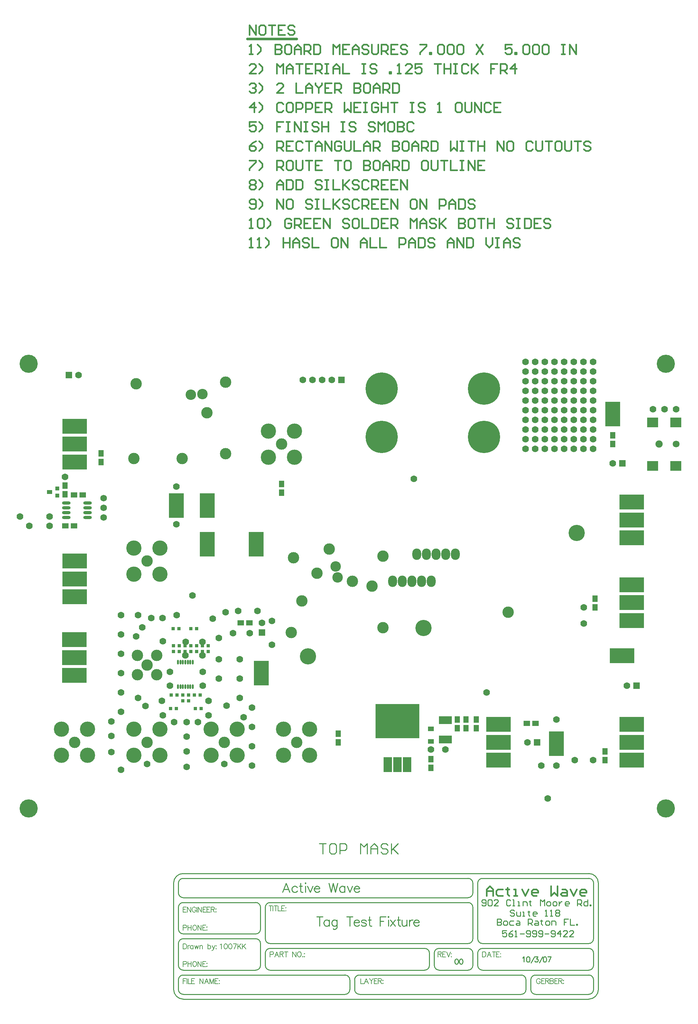
<source format=gts>
%FSLAX24Y24*%
%MOIN*%
G70*
G01*
G75*
G04 Layer_Color=16711935*
%ADD10R,0.2500X0.1500*%
%ADD11R,0.0500X0.0600*%
%ADD12R,0.1500X0.2500*%
%ADD13R,0.0600X0.0500*%
%ADD14R,0.0300X0.0300*%
%ADD15R,0.0300X0.0300*%
%ADD16O,0.0157X0.0472*%
%ADD17O,0.0800X0.0240*%
%ADD18R,0.0360X0.0360*%
%ADD19R,0.0500X0.0360*%
%ADD20R,0.1102X0.0965*%
%ADD21R,0.0550X0.0400*%
%ADD22R,0.1250X0.0750*%
%ADD23R,0.0820X0.1500*%
%ADD24R,0.4500X0.3500*%
%ADD25C,0.0080*%
%ADD26C,0.0200*%
%ADD27C,0.0250*%
%ADD28C,0.0500*%
%ADD29C,0.0350*%
%ADD30C,0.0100*%
%ADD31C,0.0400*%
%ADD32C,0.0300*%
%ADD33C,0.0780*%
%ADD34C,0.0150*%
%ADD35C,0.1080*%
%ADD36C,0.0090*%
%ADD37C,0.0050*%
%ADD38C,0.1100*%
%ADD39C,0.1000*%
%ADD40C,0.1600*%
%ADD41O,0.0830X0.1100*%
%ADD42C,0.1500*%
%ADD43C,0.0620*%
%ADD44R,0.2500X0.1500*%
%ADD45C,0.1800*%
%ADD46R,0.0620X0.0620*%
%ADD47C,0.0600*%
%ADD48R,0.0620X0.0620*%
%ADD49C,0.0669*%
%ADD50C,0.0630*%
%ADD51C,0.3250*%
%ADD52C,0.1000*%
%ADD53C,0.0120*%
%ADD54R,0.2580X0.1580*%
%ADD55R,0.0580X0.0680*%
%ADD56R,0.1580X0.2580*%
%ADD57R,0.0680X0.0580*%
%ADD58R,0.0380X0.0380*%
%ADD59R,0.0380X0.0380*%
%ADD60O,0.0187X0.0502*%
%ADD61O,0.0880X0.0320*%
%ADD62R,0.0440X0.0440*%
%ADD63R,0.0580X0.0440*%
%ADD64R,0.1182X0.1045*%
%ADD65R,0.0630X0.0480*%
%ADD66R,0.1330X0.0830*%
%ADD67R,0.0900X0.1580*%
%ADD68R,0.4580X0.3580*%
%ADD69C,0.1180*%
%ADD70C,0.1080*%
%ADD71C,0.1680*%
%ADD72O,0.0910X0.1180*%
%ADD73C,0.1580*%
%ADD74C,0.0700*%
%ADD75R,0.2580X0.1580*%
%ADD76C,0.1880*%
%ADD77R,0.0700X0.0700*%
%ADD78C,0.0680*%
%ADD79R,0.0700X0.0700*%
%ADD80C,0.0749*%
%ADD81C,0.0710*%
%ADD82C,0.3330*%
D25*
X-6611Y-27291D02*
X-6560Y-27265D01*
X-6484Y-27189D01*
Y-27722D01*
X-6068Y-27189D02*
X-6144Y-27215D01*
X-6195Y-27291D01*
X-6220Y-27418D01*
Y-27494D01*
X-6195Y-27621D01*
X-6144Y-27697D01*
X-6068Y-27722D01*
X-6017D01*
X-5941Y-27697D01*
X-5890Y-27621D01*
X-5865Y-27494D01*
Y-27418D01*
X-5890Y-27291D01*
X-5941Y-27215D01*
X-6017Y-27189D01*
X-6068D01*
X-5593D02*
X-5669Y-27215D01*
X-5720Y-27291D01*
X-5745Y-27418D01*
Y-27494D01*
X-5720Y-27621D01*
X-5669Y-27697D01*
X-5593Y-27722D01*
X-5542D01*
X-5466Y-27697D01*
X-5415Y-27621D01*
X-5390Y-27494D01*
Y-27418D01*
X-5415Y-27291D01*
X-5466Y-27215D01*
X-5542Y-27189D01*
X-5593D01*
X-4915D02*
X-5169Y-27722D01*
X-5270Y-27189D02*
X-4915D01*
X-4796D02*
Y-27722D01*
X-4440Y-27189D02*
X-4796Y-27545D01*
X-4669Y-27418D02*
X-4440Y-27722D01*
X-4321Y-27189D02*
Y-27722D01*
X-3965Y-27189D02*
X-4321Y-27545D01*
X-4194Y-27418D02*
X-3965Y-27722D01*
D27*
X-3794Y66405D02*
X1306D01*
D30*
X3650Y-16804D02*
X4361D01*
X4005D01*
Y-17870D01*
X5249Y-16804D02*
X4894D01*
X4716Y-16981D01*
Y-17692D01*
X4894Y-17870D01*
X5249D01*
X5427Y-17692D01*
Y-16981D01*
X5249Y-16804D01*
X5783Y-17870D02*
Y-16804D01*
X6316D01*
X6494Y-16981D01*
Y-17337D01*
X6316Y-17515D01*
X5783D01*
X7915Y-17870D02*
Y-16804D01*
X8271Y-17159D01*
X8626Y-16804D01*
Y-17870D01*
X8982D02*
Y-17159D01*
X9337Y-16804D01*
X9692Y-17159D01*
Y-17870D01*
Y-17337D01*
X8982D01*
X10759Y-16981D02*
X10581Y-16804D01*
X10226D01*
X10048Y-16981D01*
Y-17159D01*
X10226Y-17337D01*
X10581D01*
X10759Y-17515D01*
Y-17692D01*
X10581Y-17870D01*
X10226D01*
X10048Y-17692D01*
X11114Y-16804D02*
Y-17870D01*
Y-17515D01*
X11825Y-16804D01*
X11292Y-17337D01*
X11825Y-17870D01*
X6809Y-30912D02*
G03*
X6309Y-30412I-500J0D01*
G01*
X6321Y-32412D02*
G03*
X6809Y-31915I8J480D01*
G01*
X7809Y-30412D02*
G03*
X7309Y-30912I0J-500D01*
G01*
Y-31912D02*
G03*
X7800Y-32412I500J0D01*
G01*
X25059Y-30912D02*
G03*
X24559Y-30412I-500J0D01*
G01*
X24571Y-32412D02*
G03*
X25059Y-31915I8J480D01*
G01*
X25559Y-31922D02*
G03*
X26058Y-32412I490J0D01*
G01*
X26059Y-30412D02*
G03*
X25559Y-30912I0J-500D01*
G01*
X-2441Y-23402D02*
G03*
X-2931Y-22912I-490J0D01*
G01*
X-2921Y-26162D02*
G03*
X-2441Y-25682I0J480D01*
G01*
Y-27152D02*
G03*
X-2948Y-26662I-490J0D01*
G01*
X-1941Y-26672D02*
G03*
X-1451Y-27162I490J0D01*
G01*
X-1941Y-29422D02*
G03*
X-1451Y-29912I490J0D01*
G01*
X-2931D02*
G03*
X-2441Y-29422I0J490D01*
G01*
X15059Y-28152D02*
G03*
X14569Y-27662I-490J0D01*
G01*
Y-29912D02*
G03*
X15059Y-29413I0J490D01*
G01*
X15559Y-29402D02*
G03*
X16060Y-29912I510J0D01*
G01*
X16039Y-27662D02*
G03*
X15560Y-28167I0J-480D01*
G01*
X-1441Y-27662D02*
G03*
X-1941Y-28162I0J-500D01*
G01*
X-1441Y-22912D02*
G03*
X-1941Y-23412I0J-500D01*
G01*
X-10941Y-29412D02*
G03*
X-10450Y-29912I500J0D01*
G01*
X-10441Y-26662D02*
G03*
X-10941Y-27162I0J-500D01*
G01*
Y-25662D02*
G03*
X-10441Y-26162I500J0D01*
G01*
Y-22912D02*
G03*
X-10941Y-23412I0J-500D01*
G01*
Y-21912D02*
G03*
X-10441Y-22412I500J0D01*
G01*
Y-20412D02*
G03*
X-10941Y-20912I0J-500D01*
G01*
X19559D02*
G03*
X19059Y-20412I-500J0D01*
G01*
X20559D02*
G03*
X20059Y-20912I0J-500D01*
G01*
X19059Y-22412D02*
G03*
X19559Y-21912I0J500D01*
G01*
Y-23412D02*
G03*
X19059Y-22912I-500J0D01*
G01*
X-10441Y-30412D02*
G03*
X-10941Y-30912I0J-500D01*
G01*
X19068Y-27162D02*
G03*
X19559Y-26662I-9J500D01*
G01*
X-10941Y-31912D02*
G03*
X-10450Y-32412I500J0D01*
G01*
X19559Y-28152D02*
G03*
X19069Y-27662I-490J0D01*
G01*
X20059Y-29422D02*
G03*
X20558Y-29912I490J0D01*
G01*
X19059Y-29912D02*
G03*
X19559Y-29412I0J500D01*
G01*
X31559Y-32412D02*
G03*
X32059Y-31912I0J500D01*
G01*
X32059Y-30903D02*
G03*
X31559Y-30412I-500J-9D01*
G01*
Y-29912D02*
G03*
X32059Y-29412I0J500D01*
G01*
Y-20902D02*
G03*
X31552Y-20412I-490J0D01*
G01*
X32559Y-20912D02*
G03*
X31559Y-19912I-1000J0D01*
G01*
Y-32912D02*
G03*
X32559Y-31912I0J1000D01*
G01*
X-11441Y-31902D02*
G03*
X-10448Y-32912I1010J0D01*
G01*
X-10441Y-19912D02*
G03*
X-11441Y-20912I0J-1000D01*
G01*
X20059Y-26662D02*
G03*
X20559Y-27162I500J0D01*
G01*
X31559D02*
G03*
X32059Y-26662I0J500D01*
G01*
X20559Y-27662D02*
G03*
X20059Y-28162I0J-500D01*
G01*
X32059Y-28152D02*
G03*
X31569Y-27662I-490J0D01*
G01*
X7809Y-32412D02*
X24559D01*
X-10441D02*
X6309D01*
X-10441Y-30412D02*
X6309D01*
X7809D02*
X24559D01*
X26059Y-32412D02*
X31559D01*
X26059Y-30412D02*
X31559D01*
X-10441Y-20412D02*
X19059D01*
X-10441Y-32912D02*
X31559D01*
X-10441Y-19912D02*
X31559D01*
X-10441Y-29912D02*
X-2941D01*
X-10441Y-26662D02*
X-2941D01*
X-10441Y-26162D02*
X-2941D01*
X-10441Y-22912D02*
X-2941D01*
X-10441Y-22412D02*
X19059D01*
X-1441Y-22912D02*
X19059D01*
X-1441Y-27662D02*
X14559D01*
X-1441Y-29912D02*
X14559D01*
X16059D02*
X19059D01*
X16059Y-27662D02*
X19059D01*
X20559Y-29912D02*
X31559D01*
X20559Y-20412D02*
X31559D01*
X-1441Y-27162D02*
X19059D01*
X20559D02*
X31559D01*
X20559Y-27662D02*
X31559D01*
X6809Y-31912D02*
Y-30912D01*
X7309Y-31912D02*
Y-30912D01*
X25059Y-31912D02*
Y-30912D01*
X25559Y-31912D02*
Y-30912D01*
X32559Y-31912D02*
Y-20912D01*
X-10941Y-29412D02*
Y-27162D01*
X-2441Y-29412D02*
Y-27162D01*
X-10941Y-25662D02*
Y-23412D01*
X-2441Y-25662D02*
Y-23412D01*
X-10941Y-21912D02*
Y-20912D01*
X19559Y-21912D02*
Y-20912D01*
Y-26662D02*
Y-23412D01*
X-1941Y-26662D02*
Y-23412D01*
X15059Y-29412D02*
Y-28162D01*
X-1941Y-29412D02*
Y-28162D01*
X15559Y-29412D02*
Y-28162D01*
X19559Y-29412D02*
Y-28162D01*
X32059Y-31912D02*
Y-30912D01*
X-10941Y-31912D02*
Y-30912D01*
X-11441Y-31912D02*
Y-20912D01*
X20059Y-26662D02*
Y-20912D01*
X32059Y-26662D02*
Y-20912D01*
X20059Y-29412D02*
Y-28162D01*
X32059Y-29412D02*
Y-28152D01*
X22075Y-24619D02*
Y-25259D01*
X22395D01*
X22502Y-25152D01*
Y-25046D01*
X22395Y-24939D01*
X22075D01*
X22395D01*
X22502Y-24832D01*
Y-24726D01*
X22395Y-24619D01*
X22075D01*
X22822Y-25259D02*
X23035D01*
X23142Y-25152D01*
Y-24939D01*
X23035Y-24832D01*
X22822D01*
X22715Y-24939D01*
Y-25152D01*
X22822Y-25259D01*
X23781Y-24832D02*
X23461D01*
X23355Y-24939D01*
Y-25152D01*
X23461Y-25259D01*
X23781D01*
X24101Y-24832D02*
X24314D01*
X24421Y-24939D01*
Y-25259D01*
X24101D01*
X23995Y-25152D01*
X24101Y-25046D01*
X24421D01*
X25274Y-25259D02*
Y-24619D01*
X25594D01*
X25701Y-24726D01*
Y-24939D01*
X25594Y-25046D01*
X25274D01*
X25487D02*
X25701Y-25259D01*
X26021Y-24832D02*
X26234D01*
X26341Y-24939D01*
Y-25259D01*
X26021D01*
X25914Y-25152D01*
X26021Y-25046D01*
X26341D01*
X26660Y-24726D02*
Y-24832D01*
X26554D01*
X26767D01*
X26660D01*
Y-25152D01*
X26767Y-25259D01*
X27194D02*
X27407D01*
X27513Y-25152D01*
Y-24939D01*
X27407Y-24832D01*
X27194D01*
X27087Y-24939D01*
Y-25152D01*
X27194Y-25259D01*
X27727D02*
Y-24832D01*
X28047D01*
X28153Y-24939D01*
Y-25259D01*
X29433Y-24619D02*
X29006D01*
Y-24939D01*
X29220D01*
X29006D01*
Y-25259D01*
X29646Y-24619D02*
Y-25259D01*
X30073D01*
X30286D02*
Y-25152D01*
X30393D01*
Y-25259D01*
X30286D01*
X20475Y-23152D02*
X20582Y-23259D01*
X20795D01*
X20902Y-23152D01*
Y-22726D01*
X20795Y-22619D01*
X20582D01*
X20475Y-22726D01*
Y-22832D01*
X20582Y-22939D01*
X20902D01*
X21115Y-22726D02*
X21222Y-22619D01*
X21435D01*
X21542Y-22726D01*
Y-23152D01*
X21435Y-23259D01*
X21222D01*
X21115Y-23152D01*
Y-22726D01*
X22181Y-23259D02*
X21755D01*
X22181Y-22832D01*
Y-22726D01*
X22075Y-22619D01*
X21861D01*
X21755Y-22726D01*
X23461D02*
X23354Y-22619D01*
X23141D01*
X23034Y-22726D01*
Y-23152D01*
X23141Y-23259D01*
X23354D01*
X23461Y-23152D01*
X23674Y-23259D02*
X23887D01*
X23781D01*
Y-22619D01*
X23674D01*
X24207Y-23259D02*
X24421D01*
X24314D01*
Y-22832D01*
X24207D01*
X24741Y-23259D02*
Y-22832D01*
X25060D01*
X25167Y-22939D01*
Y-23259D01*
X25487Y-22726D02*
Y-22832D01*
X25380D01*
X25594D01*
X25487D01*
Y-23152D01*
X25594Y-23259D01*
X26553D02*
Y-22619D01*
X26767Y-22832D01*
X26980Y-22619D01*
Y-23259D01*
X27300D02*
X27513D01*
X27620Y-23152D01*
Y-22939D01*
X27513Y-22832D01*
X27300D01*
X27193Y-22939D01*
Y-23152D01*
X27300Y-23259D01*
X27939D02*
X28153D01*
X28259Y-23152D01*
Y-22939D01*
X28153Y-22832D01*
X27939D01*
X27833Y-22939D01*
Y-23152D01*
X27939Y-23259D01*
X28473Y-22832D02*
Y-23259D01*
Y-23046D01*
X28579Y-22939D01*
X28686Y-22832D01*
X28793D01*
X29432Y-23259D02*
X29219D01*
X29112Y-23152D01*
Y-22939D01*
X29219Y-22832D01*
X29432D01*
X29539Y-22939D01*
Y-23046D01*
X29112D01*
X30392Y-23259D02*
Y-22619D01*
X30712D01*
X30819Y-22726D01*
Y-22939D01*
X30712Y-23046D01*
X30392D01*
X30605D02*
X30819Y-23259D01*
X31458Y-22619D02*
Y-23259D01*
X31138D01*
X31032Y-23152D01*
Y-22939D01*
X31138Y-22832D01*
X31458D01*
X31672Y-23259D02*
Y-23152D01*
X31778D01*
Y-23259D01*
X31672D01*
X23052Y-25819D02*
X22625D01*
Y-26139D01*
X22838Y-26032D01*
X22945D01*
X23052Y-26139D01*
Y-26352D01*
X22945Y-26459D01*
X22732D01*
X22625Y-26352D01*
X23692Y-25819D02*
X23478Y-25926D01*
X23265Y-26139D01*
Y-26352D01*
X23372Y-26459D01*
X23585D01*
X23692Y-26352D01*
Y-26246D01*
X23585Y-26139D01*
X23265D01*
X23905Y-26459D02*
X24118D01*
X24011D01*
Y-25819D01*
X23905Y-25926D01*
X24438Y-26139D02*
X24864D01*
X25078Y-26352D02*
X25184Y-26459D01*
X25398D01*
X25504Y-26352D01*
Y-25926D01*
X25398Y-25819D01*
X25184D01*
X25078Y-25926D01*
Y-26032D01*
X25184Y-26139D01*
X25504D01*
X25718Y-26352D02*
X25824Y-26459D01*
X26037D01*
X26144Y-26352D01*
Y-25926D01*
X26037Y-25819D01*
X25824D01*
X25718Y-25926D01*
Y-26032D01*
X25824Y-26139D01*
X26144D01*
X26357Y-26352D02*
X26464Y-26459D01*
X26677D01*
X26784Y-26352D01*
Y-25926D01*
X26677Y-25819D01*
X26464D01*
X26357Y-25926D01*
Y-26032D01*
X26464Y-26139D01*
X26784D01*
X26997D02*
X27424D01*
X27637Y-26352D02*
X27744Y-26459D01*
X27957D01*
X28063Y-26352D01*
Y-25926D01*
X27957Y-25819D01*
X27744D01*
X27637Y-25926D01*
Y-26032D01*
X27744Y-26139D01*
X28063D01*
X28597Y-26459D02*
Y-25819D01*
X28277Y-26139D01*
X28703D01*
X29343Y-26459D02*
X28917D01*
X29343Y-26032D01*
Y-25926D01*
X29236Y-25819D01*
X29023D01*
X28917Y-25926D01*
X29983Y-26459D02*
X29556D01*
X29983Y-26032D01*
Y-25926D01*
X29876Y-25819D01*
X29663D01*
X29556Y-25926D01*
X23852Y-23776D02*
X23745Y-23669D01*
X23532D01*
X23425Y-23776D01*
Y-23882D01*
X23532Y-23989D01*
X23745D01*
X23852Y-24096D01*
Y-24202D01*
X23745Y-24309D01*
X23532D01*
X23425Y-24202D01*
X24065Y-23882D02*
Y-24202D01*
X24172Y-24309D01*
X24492D01*
Y-23882D01*
X24705Y-24309D02*
X24918D01*
X24811D01*
Y-23882D01*
X24705D01*
X25345Y-23776D02*
Y-23882D01*
X25238D01*
X25451D01*
X25345D01*
Y-24202D01*
X25451Y-24309D01*
X26091D02*
X25878D01*
X25771Y-24202D01*
Y-23989D01*
X25878Y-23882D01*
X26091D01*
X26198Y-23989D01*
Y-24096D01*
X25771D01*
X27051Y-24309D02*
X27264D01*
X27157D01*
Y-23669D01*
X27051Y-23776D01*
X27584Y-24309D02*
X27797D01*
X27691D01*
Y-23669D01*
X27584Y-23776D01*
X28117D02*
X28224Y-23669D01*
X28437D01*
X28544Y-23776D01*
Y-23882D01*
X28437Y-23989D01*
X28544Y-24096D01*
Y-24202D01*
X28437Y-24309D01*
X28224D01*
X28117Y-24202D01*
Y-24096D01*
X28224Y-23989D01*
X28117Y-23882D01*
Y-23776D01*
X28224Y-23989D02*
X28437D01*
D34*
X20975Y-22209D02*
Y-21543D01*
X21308Y-21209D01*
X21642Y-21543D01*
Y-22209D01*
Y-21709D01*
X20975D01*
X22641Y-21543D02*
X22142D01*
X21975Y-21709D01*
Y-22042D01*
X22142Y-22209D01*
X22641D01*
X23141Y-21376D02*
Y-21543D01*
X22975D01*
X23308D01*
X23141D01*
Y-22042D01*
X23308Y-22209D01*
X23808D02*
X24141D01*
X23974D01*
Y-21543D01*
X23808D01*
X24641D02*
X24974Y-22209D01*
X25307Y-21543D01*
X26140Y-22209D02*
X25807D01*
X25640Y-22042D01*
Y-21709D01*
X25807Y-21543D01*
X26140D01*
X26307Y-21709D01*
Y-21876D01*
X25640D01*
X27640Y-21209D02*
Y-22209D01*
X27973Y-21876D01*
X28306Y-22209D01*
Y-21209D01*
X28806Y-21543D02*
X29139D01*
X29306Y-21709D01*
Y-22209D01*
X28806D01*
X28639Y-22042D01*
X28806Y-21876D01*
X29306D01*
X29639Y-21543D02*
X29972Y-22209D01*
X30306Y-21543D01*
X31139Y-22209D02*
X30805D01*
X30639Y-22042D01*
Y-21709D01*
X30805Y-21543D01*
X31139D01*
X31305Y-21709D01*
Y-21876D01*
X30639D01*
X-3594Y44855D02*
X-3261D01*
X-3427D01*
Y45855D01*
X-3594Y45688D01*
X-2761Y44855D02*
X-2428D01*
X-2594D01*
Y45855D01*
X-2761Y45688D01*
X-1928Y44855D02*
X-1595Y45188D01*
Y45521D01*
X-1928Y45855D01*
X-95D02*
Y44855D01*
Y45355D01*
X571D01*
Y45855D01*
Y44855D01*
X905D02*
Y45521D01*
X1238Y45855D01*
X1571Y45521D01*
Y44855D01*
Y45355D01*
X905D01*
X2571Y45688D02*
X2404Y45855D01*
X2071D01*
X1904Y45688D01*
Y45521D01*
X2071Y45355D01*
X2404D01*
X2571Y45188D01*
Y45022D01*
X2404Y44855D01*
X2071D01*
X1904Y45022D01*
X2904Y45855D02*
Y44855D01*
X3570D01*
X5403Y45855D02*
X5070D01*
X4903Y45688D01*
Y45022D01*
X5070Y44855D01*
X5403D01*
X5570Y45022D01*
Y45688D01*
X5403Y45855D01*
X5903Y44855D02*
Y45855D01*
X6569Y44855D01*
Y45855D01*
X7902Y44855D02*
Y45521D01*
X8235Y45855D01*
X8569Y45521D01*
Y44855D01*
Y45355D01*
X7902D01*
X8902Y45855D02*
Y44855D01*
X9568D01*
X9902Y45855D02*
Y44855D01*
X10568D01*
X11901D02*
Y45855D01*
X12401D01*
X12567Y45688D01*
Y45355D01*
X12401Y45188D01*
X11901D01*
X12901Y44855D02*
Y45521D01*
X13234Y45855D01*
X13567Y45521D01*
Y44855D01*
Y45355D01*
X12901D01*
X13900Y45855D02*
Y44855D01*
X14400D01*
X14567Y45022D01*
Y45688D01*
X14400Y45855D01*
X13900D01*
X15566Y45688D02*
X15400Y45855D01*
X15067D01*
X14900Y45688D01*
Y45521D01*
X15067Y45355D01*
X15400D01*
X15566Y45188D01*
Y45022D01*
X15400Y44855D01*
X15067D01*
X14900Y45022D01*
X16899Y44855D02*
Y45521D01*
X17233Y45855D01*
X17566Y45521D01*
Y44855D01*
Y45355D01*
X16899D01*
X17899Y44855D02*
Y45855D01*
X18565Y44855D01*
Y45855D01*
X18899D02*
Y44855D01*
X19399D01*
X19565Y45022D01*
Y45688D01*
X19399Y45855D01*
X18899D01*
X20898D02*
Y45188D01*
X21231Y44855D01*
X21565Y45188D01*
Y45855D01*
X21898D02*
X22231D01*
X22064D01*
Y44855D01*
X21898D01*
X22231D01*
X22731D02*
Y45521D01*
X23064Y45855D01*
X23397Y45521D01*
Y44855D01*
Y45355D01*
X22731D01*
X24397Y45688D02*
X24230Y45855D01*
X23897D01*
X23730Y45688D01*
Y45521D01*
X23897Y45355D01*
X24230D01*
X24397Y45188D01*
Y45022D01*
X24230Y44855D01*
X23897D01*
X23730Y45022D01*
X-2928Y62855D02*
X-3594D01*
X-2928Y63521D01*
Y63688D01*
X-3094Y63855D01*
X-3427D01*
X-3594Y63688D01*
X-2594Y62855D02*
X-2261Y63188D01*
Y63521D01*
X-2594Y63855D01*
X-762Y62855D02*
Y63855D01*
X-428Y63521D01*
X-95Y63855D01*
Y62855D01*
X238D02*
Y63521D01*
X571Y63855D01*
X905Y63521D01*
Y62855D01*
Y63355D01*
X238D01*
X1238Y63855D02*
X1904D01*
X1571D01*
Y62855D01*
X2904Y63855D02*
X2237D01*
Y62855D01*
X2904D01*
X2237Y63355D02*
X2571D01*
X3237Y62855D02*
Y63855D01*
X3737D01*
X3904Y63688D01*
Y63355D01*
X3737Y63188D01*
X3237D01*
X3570D02*
X3904Y62855D01*
X4237Y63855D02*
X4570D01*
X4403D01*
Y62855D01*
X4237D01*
X4570D01*
X5070D02*
Y63521D01*
X5403Y63855D01*
X5736Y63521D01*
Y62855D01*
Y63355D01*
X5070D01*
X6069Y63855D02*
Y62855D01*
X6736D01*
X8069Y63855D02*
X8402D01*
X8235D01*
Y62855D01*
X8069D01*
X8402D01*
X9568Y63688D02*
X9402Y63855D01*
X9069D01*
X8902Y63688D01*
Y63521D01*
X9069Y63355D01*
X9402D01*
X9568Y63188D01*
Y63022D01*
X9402Y62855D01*
X9069D01*
X8902Y63022D01*
X10901Y62855D02*
Y63022D01*
X11068D01*
Y62855D01*
X10901D01*
X11734D02*
X12068D01*
X11901D01*
Y63855D01*
X11734Y63688D01*
X13234Y62855D02*
X12567D01*
X13234Y63521D01*
Y63688D01*
X13067Y63855D01*
X12734D01*
X12567Y63688D01*
X14234Y63855D02*
X13567D01*
Y63355D01*
X13900Y63521D01*
X14067D01*
X14234Y63355D01*
Y63022D01*
X14067Y62855D01*
X13734D01*
X13567Y63022D01*
X15566Y63855D02*
X16233D01*
X15900D01*
Y62855D01*
X16566Y63855D02*
Y62855D01*
Y63355D01*
X17233D01*
Y63855D01*
Y62855D01*
X17566Y63855D02*
X17899D01*
X17732D01*
Y62855D01*
X17566D01*
X17899D01*
X19065Y63688D02*
X18899Y63855D01*
X18565D01*
X18399Y63688D01*
Y63022D01*
X18565Y62855D01*
X18899D01*
X19065Y63022D01*
X19399Y63855D02*
Y62855D01*
Y63188D01*
X20065Y63855D01*
X19565Y63355D01*
X20065Y62855D01*
X22064Y63855D02*
X21398D01*
Y63355D01*
X21731D01*
X21398D01*
Y62855D01*
X22398D02*
Y63855D01*
X22897D01*
X23064Y63688D01*
Y63355D01*
X22897Y63188D01*
X22398D01*
X22731D02*
X23064Y62855D01*
X23897D02*
Y63855D01*
X23397Y63355D01*
X24064D01*
X-3594Y49022D02*
X-3427Y48855D01*
X-3094D01*
X-2928Y49022D01*
Y49688D01*
X-3094Y49855D01*
X-3427D01*
X-3594Y49688D01*
Y49521D01*
X-3427Y49355D01*
X-2928D01*
X-2594Y48855D02*
X-2261Y49188D01*
Y49521D01*
X-2594Y49855D01*
X-762Y48855D02*
Y49855D01*
X-95Y48855D01*
Y49855D01*
X738D02*
X405D01*
X238Y49688D01*
Y49022D01*
X405Y48855D01*
X738D01*
X905Y49022D01*
Y49688D01*
X738Y49855D01*
X2904Y49688D02*
X2737Y49855D01*
X2404D01*
X2237Y49688D01*
Y49521D01*
X2404Y49355D01*
X2737D01*
X2904Y49188D01*
Y49022D01*
X2737Y48855D01*
X2404D01*
X2237Y49022D01*
X3237Y49855D02*
X3570D01*
X3404D01*
Y48855D01*
X3237D01*
X3570D01*
X4070Y49855D02*
Y48855D01*
X4737D01*
X5070Y49855D02*
Y48855D01*
Y49188D01*
X5736Y49855D01*
X5236Y49355D01*
X5736Y48855D01*
X6736Y49688D02*
X6569Y49855D01*
X6236D01*
X6069Y49688D01*
Y49521D01*
X6236Y49355D01*
X6569D01*
X6736Y49188D01*
Y49022D01*
X6569Y48855D01*
X6236D01*
X6069Y49022D01*
X7736Y49688D02*
X7569Y49855D01*
X7236D01*
X7069Y49688D01*
Y49022D01*
X7236Y48855D01*
X7569D01*
X7736Y49022D01*
X8069Y48855D02*
Y49855D01*
X8569D01*
X8735Y49688D01*
Y49355D01*
X8569Y49188D01*
X8069D01*
X8402D02*
X8735Y48855D01*
X9735Y49855D02*
X9069D01*
Y48855D01*
X9735D01*
X9069Y49355D02*
X9402D01*
X10735Y49855D02*
X10068D01*
Y48855D01*
X10735D01*
X10068Y49355D02*
X10401D01*
X11068Y48855D02*
Y49855D01*
X11734Y48855D01*
Y49855D01*
X13567D02*
X13234D01*
X13067Y49688D01*
Y49022D01*
X13234Y48855D01*
X13567D01*
X13734Y49022D01*
Y49688D01*
X13567Y49855D01*
X14067Y48855D02*
Y49855D01*
X14733Y48855D01*
Y49855D01*
X16066Y48855D02*
Y49855D01*
X16566D01*
X16733Y49688D01*
Y49355D01*
X16566Y49188D01*
X16066D01*
X17066Y48855D02*
Y49521D01*
X17399Y49855D01*
X17732Y49521D01*
Y48855D01*
Y49355D01*
X17066D01*
X18066Y49855D02*
Y48855D01*
X18565D01*
X18732Y49022D01*
Y49688D01*
X18565Y49855D01*
X18066D01*
X19732Y49688D02*
X19565Y49855D01*
X19232D01*
X19065Y49688D01*
Y49521D01*
X19232Y49355D01*
X19565D01*
X19732Y49188D01*
Y49022D01*
X19565Y48855D01*
X19232D01*
X19065Y49022D01*
X-3594Y51688D02*
X-3427Y51855D01*
X-3094D01*
X-2928Y51688D01*
Y51521D01*
X-3094Y51355D01*
X-2928Y51188D01*
Y51022D01*
X-3094Y50855D01*
X-3427D01*
X-3594Y51022D01*
Y51188D01*
X-3427Y51355D01*
X-3594Y51521D01*
Y51688D01*
X-3427Y51355D02*
X-3094D01*
X-2594Y50855D02*
X-2261Y51188D01*
Y51521D01*
X-2594Y51855D01*
X-762Y50855D02*
Y51521D01*
X-428Y51855D01*
X-95Y51521D01*
Y50855D01*
Y51355D01*
X-762D01*
X238Y51855D02*
Y50855D01*
X738D01*
X905Y51022D01*
Y51688D01*
X738Y51855D01*
X238D01*
X1238D02*
Y50855D01*
X1738D01*
X1904Y51022D01*
Y51688D01*
X1738Y51855D01*
X1238D01*
X3904Y51688D02*
X3737Y51855D01*
X3404D01*
X3237Y51688D01*
Y51521D01*
X3404Y51355D01*
X3737D01*
X3904Y51188D01*
Y51022D01*
X3737Y50855D01*
X3404D01*
X3237Y51022D01*
X4237Y51855D02*
X4570D01*
X4403D01*
Y50855D01*
X4237D01*
X4570D01*
X5070Y51855D02*
Y50855D01*
X5736D01*
X6069Y51855D02*
Y50855D01*
Y51188D01*
X6736Y51855D01*
X6236Y51355D01*
X6736Y50855D01*
X7736Y51688D02*
X7569Y51855D01*
X7236D01*
X7069Y51688D01*
Y51521D01*
X7236Y51355D01*
X7569D01*
X7736Y51188D01*
Y51022D01*
X7569Y50855D01*
X7236D01*
X7069Y51022D01*
X8735Y51688D02*
X8569Y51855D01*
X8235D01*
X8069Y51688D01*
Y51022D01*
X8235Y50855D01*
X8569D01*
X8735Y51022D01*
X9069Y50855D02*
Y51855D01*
X9568D01*
X9735Y51688D01*
Y51355D01*
X9568Y51188D01*
X9069D01*
X9402D02*
X9735Y50855D01*
X10735Y51855D02*
X10068D01*
Y50855D01*
X10735D01*
X10068Y51355D02*
X10401D01*
X11734Y51855D02*
X11068D01*
Y50855D01*
X11734D01*
X11068Y51355D02*
X11401D01*
X12068Y50855D02*
Y51855D01*
X12734Y50855D01*
Y51855D01*
X-3594Y53855D02*
X-2928D01*
Y53688D01*
X-3594Y53022D01*
Y52855D01*
X-2594D02*
X-2261Y53188D01*
Y53521D01*
X-2594Y53855D01*
X-762Y52855D02*
Y53855D01*
X-262D01*
X-95Y53688D01*
Y53355D01*
X-262Y53188D01*
X-762D01*
X-428D02*
X-95Y52855D01*
X738Y53855D02*
X405D01*
X238Y53688D01*
Y53022D01*
X405Y52855D01*
X738D01*
X905Y53022D01*
Y53688D01*
X738Y53855D01*
X1238D02*
Y53022D01*
X1404Y52855D01*
X1738D01*
X1904Y53022D01*
Y53855D01*
X2237D02*
X2904D01*
X2571D01*
Y52855D01*
X3904Y53855D02*
X3237D01*
Y52855D01*
X3904D01*
X3237Y53355D02*
X3570D01*
X5236Y53855D02*
X5903D01*
X5570D01*
Y52855D01*
X6736Y53855D02*
X6403D01*
X6236Y53688D01*
Y53022D01*
X6403Y52855D01*
X6736D01*
X6903Y53022D01*
Y53688D01*
X6736Y53855D01*
X8235D02*
Y52855D01*
X8735D01*
X8902Y53022D01*
Y53188D01*
X8735Y53355D01*
X8235D01*
X8735D01*
X8902Y53521D01*
Y53688D01*
X8735Y53855D01*
X8235D01*
X9735D02*
X9402D01*
X9235Y53688D01*
Y53022D01*
X9402Y52855D01*
X9735D01*
X9902Y53022D01*
Y53688D01*
X9735Y53855D01*
X10235Y52855D02*
Y53521D01*
X10568Y53855D01*
X10901Y53521D01*
Y52855D01*
Y53355D01*
X10235D01*
X11235Y52855D02*
Y53855D01*
X11734D01*
X11901Y53688D01*
Y53355D01*
X11734Y53188D01*
X11235D01*
X11568D02*
X11901Y52855D01*
X12234Y53855D02*
Y52855D01*
X12734D01*
X12901Y53022D01*
Y53688D01*
X12734Y53855D01*
X12234D01*
X14733D02*
X14400D01*
X14234Y53688D01*
Y53022D01*
X14400Y52855D01*
X14733D01*
X14900Y53022D01*
Y53688D01*
X14733Y53855D01*
X15233D02*
Y53022D01*
X15400Y52855D01*
X15733D01*
X15900Y53022D01*
Y53855D01*
X16233D02*
X16899D01*
X16566D01*
Y52855D01*
X17233Y53855D02*
Y52855D01*
X17899D01*
X18232Y53855D02*
X18565D01*
X18399D01*
Y52855D01*
X18232D01*
X18565D01*
X19065D02*
Y53855D01*
X19732Y52855D01*
Y53855D01*
X20731D02*
X20065D01*
Y52855D01*
X20731D01*
X20065Y53355D02*
X20398D01*
X-2928Y55855D02*
X-3261Y55688D01*
X-3594Y55355D01*
Y55022D01*
X-3427Y54855D01*
X-3094D01*
X-2928Y55022D01*
Y55188D01*
X-3094Y55355D01*
X-3594D01*
X-2594Y54855D02*
X-2261Y55188D01*
Y55521D01*
X-2594Y55855D01*
X-762Y54855D02*
Y55855D01*
X-262D01*
X-95Y55688D01*
Y55355D01*
X-262Y55188D01*
X-762D01*
X-428D02*
X-95Y54855D01*
X905Y55855D02*
X238D01*
Y54855D01*
X905D01*
X238Y55355D02*
X571D01*
X1904Y55688D02*
X1738Y55855D01*
X1404D01*
X1238Y55688D01*
Y55022D01*
X1404Y54855D01*
X1738D01*
X1904Y55022D01*
X2237Y55855D02*
X2904D01*
X2571D01*
Y54855D01*
X3237D02*
Y55521D01*
X3570Y55855D01*
X3904Y55521D01*
Y54855D01*
Y55355D01*
X3237D01*
X4237Y54855D02*
Y55855D01*
X4903Y54855D01*
Y55855D01*
X5903Y55688D02*
X5736Y55855D01*
X5403D01*
X5236Y55688D01*
Y55022D01*
X5403Y54855D01*
X5736D01*
X5903Y55022D01*
Y55355D01*
X5570D01*
X6236Y55855D02*
Y55022D01*
X6403Y54855D01*
X6736D01*
X6903Y55022D01*
Y55855D01*
X7236D02*
Y54855D01*
X7902D01*
X8235D02*
Y55521D01*
X8569Y55855D01*
X8902Y55521D01*
Y54855D01*
Y55355D01*
X8235D01*
X9235Y54855D02*
Y55855D01*
X9735D01*
X9902Y55688D01*
Y55355D01*
X9735Y55188D01*
X9235D01*
X9568D02*
X9902Y54855D01*
X11235Y55855D02*
Y54855D01*
X11734D01*
X11901Y55022D01*
Y55188D01*
X11734Y55355D01*
X11235D01*
X11734D01*
X11901Y55521D01*
Y55688D01*
X11734Y55855D01*
X11235D01*
X12734D02*
X12401D01*
X12234Y55688D01*
Y55022D01*
X12401Y54855D01*
X12734D01*
X12901Y55022D01*
Y55688D01*
X12734Y55855D01*
X13234Y54855D02*
Y55521D01*
X13567Y55855D01*
X13900Y55521D01*
Y54855D01*
Y55355D01*
X13234D01*
X14234Y54855D02*
Y55855D01*
X14733D01*
X14900Y55688D01*
Y55355D01*
X14733Y55188D01*
X14234D01*
X14567D02*
X14900Y54855D01*
X15233Y55855D02*
Y54855D01*
X15733D01*
X15900Y55022D01*
Y55688D01*
X15733Y55855D01*
X15233D01*
X17233D02*
Y54855D01*
X17566Y55188D01*
X17899Y54855D01*
Y55855D01*
X18232D02*
X18565D01*
X18399D01*
Y54855D01*
X18232D01*
X18565D01*
X19065Y55855D02*
X19732D01*
X19399D01*
Y54855D01*
X20065Y55855D02*
Y54855D01*
Y55355D01*
X20731D01*
Y55855D01*
Y54855D01*
X22064D02*
Y55855D01*
X22731Y54855D01*
Y55855D01*
X23564D02*
X23231D01*
X23064Y55688D01*
Y55022D01*
X23231Y54855D01*
X23564D01*
X23730Y55022D01*
Y55688D01*
X23564Y55855D01*
X25730Y55688D02*
X25563Y55855D01*
X25230D01*
X25063Y55688D01*
Y55022D01*
X25230Y54855D01*
X25563D01*
X25730Y55022D01*
X26063Y55855D02*
Y55022D01*
X26230Y54855D01*
X26563D01*
X26730Y55022D01*
Y55855D01*
X27063D02*
X27729D01*
X27396D01*
Y54855D01*
X28562Y55855D02*
X28229D01*
X28062Y55688D01*
Y55022D01*
X28229Y54855D01*
X28562D01*
X28729Y55022D01*
Y55688D01*
X28562Y55855D01*
X29062D02*
Y55022D01*
X29229Y54855D01*
X29562D01*
X29729Y55022D01*
Y55855D01*
X30062D02*
X30728D01*
X30395D01*
Y54855D01*
X31728Y55688D02*
X31561Y55855D01*
X31228D01*
X31061Y55688D01*
Y55521D01*
X31228Y55355D01*
X31561D01*
X31728Y55188D01*
Y55022D01*
X31561Y54855D01*
X31228D01*
X31061Y55022D01*
X-2928Y57855D02*
X-3594D01*
Y57355D01*
X-3261Y57521D01*
X-3094D01*
X-2928Y57355D01*
Y57022D01*
X-3094Y56855D01*
X-3427D01*
X-3594Y57022D01*
X-2594Y56855D02*
X-2261Y57188D01*
Y57521D01*
X-2594Y57855D01*
X-95D02*
X-762D01*
Y57355D01*
X-428D01*
X-762D01*
Y56855D01*
X238Y57855D02*
X571D01*
X405D01*
Y56855D01*
X238D01*
X571D01*
X1071D02*
Y57855D01*
X1738Y56855D01*
Y57855D01*
X2071D02*
X2404D01*
X2237D01*
Y56855D01*
X2071D01*
X2404D01*
X3570Y57688D02*
X3404Y57855D01*
X3070D01*
X2904Y57688D01*
Y57521D01*
X3070Y57355D01*
X3404D01*
X3570Y57188D01*
Y57022D01*
X3404Y56855D01*
X3070D01*
X2904Y57022D01*
X3904Y57855D02*
Y56855D01*
Y57355D01*
X4570D01*
Y57855D01*
Y56855D01*
X5903Y57855D02*
X6236D01*
X6069D01*
Y56855D01*
X5903D01*
X6236D01*
X7402Y57688D02*
X7236Y57855D01*
X6903D01*
X6736Y57688D01*
Y57521D01*
X6903Y57355D01*
X7236D01*
X7402Y57188D01*
Y57022D01*
X7236Y56855D01*
X6903D01*
X6736Y57022D01*
X9402Y57688D02*
X9235Y57855D01*
X8902D01*
X8735Y57688D01*
Y57521D01*
X8902Y57355D01*
X9235D01*
X9402Y57188D01*
Y57022D01*
X9235Y56855D01*
X8902D01*
X8735Y57022D01*
X9735Y56855D02*
Y57855D01*
X10068Y57521D01*
X10401Y57855D01*
Y56855D01*
X11235Y57855D02*
X10901D01*
X10735Y57688D01*
Y57022D01*
X10901Y56855D01*
X11235D01*
X11401Y57022D01*
Y57688D01*
X11235Y57855D01*
X11734D02*
Y56855D01*
X12234D01*
X12401Y57022D01*
Y57188D01*
X12234Y57355D01*
X11734D01*
X12234D01*
X12401Y57521D01*
Y57688D01*
X12234Y57855D01*
X11734D01*
X13400Y57688D02*
X13234Y57855D01*
X12901D01*
X12734Y57688D01*
Y57022D01*
X12901Y56855D01*
X13234D01*
X13400Y57022D01*
X-3094Y58855D02*
Y59855D01*
X-3594Y59355D01*
X-2928D01*
X-2594Y58855D02*
X-2261Y59188D01*
Y59521D01*
X-2594Y59855D01*
X-95Y59688D02*
X-262Y59855D01*
X-595D01*
X-762Y59688D01*
Y59022D01*
X-595Y58855D01*
X-262D01*
X-95Y59022D01*
X738Y59855D02*
X405D01*
X238Y59688D01*
Y59022D01*
X405Y58855D01*
X738D01*
X905Y59022D01*
Y59688D01*
X738Y59855D01*
X1238Y58855D02*
Y59855D01*
X1738D01*
X1904Y59688D01*
Y59355D01*
X1738Y59188D01*
X1238D01*
X2237Y58855D02*
Y59855D01*
X2737D01*
X2904Y59688D01*
Y59355D01*
X2737Y59188D01*
X2237D01*
X3904Y59855D02*
X3237D01*
Y58855D01*
X3904D01*
X3237Y59355D02*
X3570D01*
X4237Y58855D02*
Y59855D01*
X4737D01*
X4903Y59688D01*
Y59355D01*
X4737Y59188D01*
X4237D01*
X4570D02*
X4903Y58855D01*
X6236Y59855D02*
Y58855D01*
X6569Y59188D01*
X6903Y58855D01*
Y59855D01*
X7902D02*
X7236D01*
Y58855D01*
X7902D01*
X7236Y59355D02*
X7569D01*
X8235Y59855D02*
X8569D01*
X8402D01*
Y58855D01*
X8235D01*
X8569D01*
X9735Y59688D02*
X9568Y59855D01*
X9235D01*
X9069Y59688D01*
Y59022D01*
X9235Y58855D01*
X9568D01*
X9735Y59022D01*
Y59355D01*
X9402D01*
X10068Y59855D02*
Y58855D01*
Y59355D01*
X10735D01*
Y59855D01*
Y58855D01*
X11068Y59855D02*
X11734D01*
X11401D01*
Y58855D01*
X13067Y59855D02*
X13400D01*
X13234D01*
Y58855D01*
X13067D01*
X13400D01*
X14567Y59688D02*
X14400Y59855D01*
X14067D01*
X13900Y59688D01*
Y59521D01*
X14067Y59355D01*
X14400D01*
X14567Y59188D01*
Y59022D01*
X14400Y58855D01*
X14067D01*
X13900Y59022D01*
X15900Y58855D02*
X16233D01*
X16066D01*
Y59855D01*
X15900Y59688D01*
X18232Y59855D02*
X17899D01*
X17732Y59688D01*
Y59022D01*
X17899Y58855D01*
X18232D01*
X18399Y59022D01*
Y59688D01*
X18232Y59855D01*
X18732D02*
Y59022D01*
X18899Y58855D01*
X19232D01*
X19399Y59022D01*
Y59855D01*
X19732Y58855D02*
Y59855D01*
X20398Y58855D01*
Y59855D01*
X21398Y59688D02*
X21231Y59855D01*
X20898D01*
X20731Y59688D01*
Y59022D01*
X20898Y58855D01*
X21231D01*
X21398Y59022D01*
X22398Y59855D02*
X21731D01*
Y58855D01*
X22398D01*
X21731Y59355D02*
X22064D01*
X-3594Y61688D02*
X-3427Y61855D01*
X-3094D01*
X-2928Y61688D01*
Y61521D01*
X-3094Y61355D01*
X-3261D01*
X-3094D01*
X-2928Y61188D01*
Y61022D01*
X-3094Y60855D01*
X-3427D01*
X-3594Y61022D01*
X-2594Y60855D02*
X-2261Y61188D01*
Y61521D01*
X-2594Y61855D01*
X-95Y60855D02*
X-762D01*
X-95Y61521D01*
Y61688D01*
X-262Y61855D01*
X-595D01*
X-762Y61688D01*
X1238Y61855D02*
Y60855D01*
X1904D01*
X2237D02*
Y61521D01*
X2571Y61855D01*
X2904Y61521D01*
Y60855D01*
Y61355D01*
X2237D01*
X3237Y61855D02*
Y61688D01*
X3570Y61355D01*
X3904Y61688D01*
Y61855D01*
X3570Y61355D02*
Y60855D01*
X4903Y61855D02*
X4237D01*
Y60855D01*
X4903D01*
X4237Y61355D02*
X4570D01*
X5236Y60855D02*
Y61855D01*
X5736D01*
X5903Y61688D01*
Y61355D01*
X5736Y61188D01*
X5236D01*
X5570D02*
X5903Y60855D01*
X7236Y61855D02*
Y60855D01*
X7736D01*
X7902Y61022D01*
Y61188D01*
X7736Y61355D01*
X7236D01*
X7736D01*
X7902Y61521D01*
Y61688D01*
X7736Y61855D01*
X7236D01*
X8735D02*
X8402D01*
X8235Y61688D01*
Y61022D01*
X8402Y60855D01*
X8735D01*
X8902Y61022D01*
Y61688D01*
X8735Y61855D01*
X9235Y60855D02*
Y61521D01*
X9568Y61855D01*
X9902Y61521D01*
Y60855D01*
Y61355D01*
X9235D01*
X10235Y60855D02*
Y61855D01*
X10735D01*
X10901Y61688D01*
Y61355D01*
X10735Y61188D01*
X10235D01*
X10568D02*
X10901Y60855D01*
X11235Y61855D02*
Y60855D01*
X11734D01*
X11901Y61022D01*
Y61688D01*
X11734Y61855D01*
X11235D01*
X-3594Y46855D02*
X-3261D01*
X-3427D01*
Y47855D01*
X-3594Y47688D01*
X-2761D02*
X-2594Y47855D01*
X-2261D01*
X-2095Y47688D01*
Y47022D01*
X-2261Y46855D01*
X-2594D01*
X-2761Y47022D01*
Y47688D01*
X-1761Y46855D02*
X-1428Y47188D01*
Y47521D01*
X-1761Y47855D01*
X738Y47688D02*
X571Y47855D01*
X238D01*
X71Y47688D01*
Y47022D01*
X238Y46855D01*
X571D01*
X738Y47022D01*
Y47355D01*
X405D01*
X1071Y46855D02*
Y47855D01*
X1571D01*
X1738Y47688D01*
Y47355D01*
X1571Y47188D01*
X1071D01*
X1404D02*
X1738Y46855D01*
X2737Y47855D02*
X2071D01*
Y46855D01*
X2737D01*
X2071Y47355D02*
X2404D01*
X3737Y47855D02*
X3070D01*
Y46855D01*
X3737D01*
X3070Y47355D02*
X3404D01*
X4070Y46855D02*
Y47855D01*
X4737Y46855D01*
Y47855D01*
X6736Y47688D02*
X6569Y47855D01*
X6236D01*
X6069Y47688D01*
Y47521D01*
X6236Y47355D01*
X6569D01*
X6736Y47188D01*
Y47022D01*
X6569Y46855D01*
X6236D01*
X6069Y47022D01*
X7569Y47855D02*
X7236D01*
X7069Y47688D01*
Y47022D01*
X7236Y46855D01*
X7569D01*
X7736Y47022D01*
Y47688D01*
X7569Y47855D01*
X8069D02*
Y46855D01*
X8735D01*
X9069Y47855D02*
Y46855D01*
X9568D01*
X9735Y47022D01*
Y47688D01*
X9568Y47855D01*
X9069D01*
X10735D02*
X10068D01*
Y46855D01*
X10735D01*
X10068Y47355D02*
X10401D01*
X11068Y46855D02*
Y47855D01*
X11568D01*
X11734Y47688D01*
Y47355D01*
X11568Y47188D01*
X11068D01*
X11401D02*
X11734Y46855D01*
X13067D02*
Y47855D01*
X13400Y47521D01*
X13734Y47855D01*
Y46855D01*
X14067D02*
Y47521D01*
X14400Y47855D01*
X14733Y47521D01*
Y46855D01*
Y47355D01*
X14067D01*
X15733Y47688D02*
X15566Y47855D01*
X15233D01*
X15067Y47688D01*
Y47521D01*
X15233Y47355D01*
X15566D01*
X15733Y47188D01*
Y47022D01*
X15566Y46855D01*
X15233D01*
X15067Y47022D01*
X16066Y47855D02*
Y46855D01*
Y47188D01*
X16733Y47855D01*
X16233Y47355D01*
X16733Y46855D01*
X18066Y47855D02*
Y46855D01*
X18565D01*
X18732Y47022D01*
Y47188D01*
X18565Y47355D01*
X18066D01*
X18565D01*
X18732Y47521D01*
Y47688D01*
X18565Y47855D01*
X18066D01*
X19565D02*
X19232D01*
X19065Y47688D01*
Y47022D01*
X19232Y46855D01*
X19565D01*
X19732Y47022D01*
Y47688D01*
X19565Y47855D01*
X20065D02*
X20731D01*
X20398D01*
Y46855D01*
X21065Y47855D02*
Y46855D01*
Y47355D01*
X21731D01*
Y47855D01*
Y46855D01*
X23730Y47688D02*
X23564Y47855D01*
X23231D01*
X23064Y47688D01*
Y47521D01*
X23231Y47355D01*
X23564D01*
X23730Y47188D01*
Y47022D01*
X23564Y46855D01*
X23231D01*
X23064Y47022D01*
X24064Y47855D02*
X24397D01*
X24230D01*
Y46855D01*
X24064D01*
X24397D01*
X24897Y47855D02*
Y46855D01*
X25397D01*
X25563Y47022D01*
Y47688D01*
X25397Y47855D01*
X24897D01*
X26563D02*
X25896D01*
Y46855D01*
X26563D01*
X25896Y47355D02*
X26230D01*
X27563Y47688D02*
X27396Y47855D01*
X27063D01*
X26896Y47688D01*
Y47521D01*
X27063Y47355D01*
X27396D01*
X27563Y47188D01*
Y47022D01*
X27396Y46855D01*
X27063D01*
X26896Y47022D01*
X-3594Y66855D02*
Y67855D01*
X-2928Y66855D01*
Y67855D01*
X-2095D02*
X-2428D01*
X-2594Y67688D01*
Y67022D01*
X-2428Y66855D01*
X-2095D01*
X-1928Y67022D01*
Y67688D01*
X-2095Y67855D01*
X-1595D02*
X-928D01*
X-1261D01*
Y66855D01*
X71Y67855D02*
X-595D01*
Y66855D01*
X71D01*
X-595Y67355D02*
X-262D01*
X1071Y67688D02*
X905Y67855D01*
X571D01*
X405Y67688D01*
Y67521D01*
X571Y67355D01*
X905D01*
X1071Y67188D01*
Y67022D01*
X905Y66855D01*
X571D01*
X405Y67022D01*
X-3594Y64855D02*
X-3261D01*
X-3427D01*
Y65855D01*
X-3594Y65688D01*
X-2761Y64855D02*
X-2428Y65188D01*
Y65521D01*
X-2761Y65855D01*
X-928D02*
Y64855D01*
X-428D01*
X-262Y65022D01*
Y65188D01*
X-428Y65355D01*
X-928D01*
X-428D01*
X-262Y65521D01*
Y65688D01*
X-428Y65855D01*
X-928D01*
X571D02*
X238D01*
X71Y65688D01*
Y65022D01*
X238Y64855D01*
X571D01*
X738Y65022D01*
Y65688D01*
X571Y65855D01*
X1071Y64855D02*
Y65521D01*
X1404Y65855D01*
X1738Y65521D01*
Y64855D01*
Y65355D01*
X1071D01*
X2071Y64855D02*
Y65855D01*
X2571D01*
X2737Y65688D01*
Y65355D01*
X2571Y65188D01*
X2071D01*
X2404D02*
X2737Y64855D01*
X3070Y65855D02*
Y64855D01*
X3570D01*
X3737Y65022D01*
Y65688D01*
X3570Y65855D01*
X3070D01*
X5070Y64855D02*
Y65855D01*
X5403Y65521D01*
X5736Y65855D01*
Y64855D01*
X6736Y65855D02*
X6069D01*
Y64855D01*
X6736D01*
X6069Y65355D02*
X6403D01*
X7069Y64855D02*
Y65521D01*
X7402Y65855D01*
X7736Y65521D01*
Y64855D01*
Y65355D01*
X7069D01*
X8735Y65688D02*
X8569Y65855D01*
X8235D01*
X8069Y65688D01*
Y65521D01*
X8235Y65355D01*
X8569D01*
X8735Y65188D01*
Y65022D01*
X8569Y64855D01*
X8235D01*
X8069Y65022D01*
X9069Y65855D02*
Y65022D01*
X9235Y64855D01*
X9568D01*
X9735Y65022D01*
Y65855D01*
X10068Y64855D02*
Y65855D01*
X10568D01*
X10735Y65688D01*
Y65355D01*
X10568Y65188D01*
X10068D01*
X10401D02*
X10735Y64855D01*
X11734Y65855D02*
X11068D01*
Y64855D01*
X11734D01*
X11068Y65355D02*
X11401D01*
X12734Y65688D02*
X12567Y65855D01*
X12234D01*
X12068Y65688D01*
Y65521D01*
X12234Y65355D01*
X12567D01*
X12734Y65188D01*
Y65022D01*
X12567Y64855D01*
X12234D01*
X12068Y65022D01*
X14067Y65855D02*
X14733D01*
Y65688D01*
X14067Y65022D01*
Y64855D01*
X15067D02*
Y65022D01*
X15233D01*
Y64855D01*
X15067D01*
X15900Y65688D02*
X16066Y65855D01*
X16400D01*
X16566Y65688D01*
Y65022D01*
X16400Y64855D01*
X16066D01*
X15900Y65022D01*
Y65688D01*
X16899D02*
X17066Y65855D01*
X17399D01*
X17566Y65688D01*
Y65022D01*
X17399Y64855D01*
X17066D01*
X16899Y65022D01*
Y65688D01*
X17899D02*
X18066Y65855D01*
X18399D01*
X18565Y65688D01*
Y65022D01*
X18399Y64855D01*
X18066D01*
X17899Y65022D01*
Y65688D01*
X19898Y65855D02*
X20565Y64855D01*
Y65855D02*
X19898Y64855D01*
X23564Y65855D02*
X22897D01*
Y65355D01*
X23231Y65521D01*
X23397D01*
X23564Y65355D01*
Y65022D01*
X23397Y64855D01*
X23064D01*
X22897Y65022D01*
X23897Y64855D02*
Y65022D01*
X24064D01*
Y64855D01*
X23897D01*
X24730Y65688D02*
X24897Y65855D01*
X25230D01*
X25397Y65688D01*
Y65022D01*
X25230Y64855D01*
X24897D01*
X24730Y65022D01*
Y65688D01*
X25730D02*
X25896Y65855D01*
X26230D01*
X26396Y65688D01*
Y65022D01*
X26230Y64855D01*
X25896D01*
X25730Y65022D01*
Y65688D01*
X26730D02*
X26896Y65855D01*
X27229D01*
X27396Y65688D01*
Y65022D01*
X27229Y64855D01*
X26896D01*
X26730Y65022D01*
Y65688D01*
X28729Y65855D02*
X29062D01*
X28895D01*
Y64855D01*
X28729D01*
X29062D01*
X29562D02*
Y65855D01*
X30228Y64855D01*
Y65855D01*
D36*
X3690Y-24390D02*
Y-25350D01*
X3370Y-24390D02*
X4010D01*
X4673Y-24710D02*
Y-25350D01*
Y-24847D02*
X4581Y-24756D01*
X4490Y-24710D01*
X4353D01*
X4261Y-24756D01*
X4170Y-24847D01*
X4124Y-24984D01*
Y-25076D01*
X4170Y-25213D01*
X4261Y-25304D01*
X4353Y-25350D01*
X4490D01*
X4581Y-25304D01*
X4673Y-25213D01*
X5477Y-24710D02*
Y-25441D01*
X5431Y-25579D01*
X5386Y-25624D01*
X5294Y-25670D01*
X5157D01*
X5066Y-25624D01*
X5477Y-24847D02*
X5386Y-24756D01*
X5294Y-24710D01*
X5157D01*
X5066Y-24756D01*
X4974Y-24847D01*
X4929Y-24984D01*
Y-25076D01*
X4974Y-25213D01*
X5066Y-25304D01*
X5157Y-25350D01*
X5294D01*
X5386Y-25304D01*
X5477Y-25213D01*
X6807Y-24390D02*
Y-25350D01*
X6487Y-24390D02*
X7127D01*
X7241Y-24984D02*
X7790D01*
Y-24893D01*
X7744Y-24802D01*
X7698Y-24756D01*
X7607Y-24710D01*
X7470D01*
X7378Y-24756D01*
X7287Y-24847D01*
X7241Y-24984D01*
Y-25076D01*
X7287Y-25213D01*
X7378Y-25304D01*
X7470Y-25350D01*
X7607D01*
X7698Y-25304D01*
X7790Y-25213D01*
X8498Y-24847D02*
X8452Y-24756D01*
X8315Y-24710D01*
X8178D01*
X8041Y-24756D01*
X7995Y-24847D01*
X8041Y-24939D01*
X8132Y-24984D01*
X8361Y-25030D01*
X8452Y-25076D01*
X8498Y-25167D01*
Y-25213D01*
X8452Y-25304D01*
X8315Y-25350D01*
X8178D01*
X8041Y-25304D01*
X7995Y-25213D01*
X8836Y-24390D02*
Y-25167D01*
X8882Y-25304D01*
X8973Y-25350D01*
X9065D01*
X8699Y-24710D02*
X9019D01*
X9956Y-24390D02*
Y-25350D01*
Y-24390D02*
X10550D01*
X9956Y-24847D02*
X10322D01*
X10751Y-24390D02*
X10797Y-24436D01*
X10843Y-24390D01*
X10797Y-24344D01*
X10751Y-24390D01*
X10797Y-24710D02*
Y-25350D01*
X11012Y-24710D02*
X11515Y-25350D01*
Y-24710D02*
X11012Y-25350D01*
X11853Y-24390D02*
Y-25167D01*
X11898Y-25304D01*
X11990Y-25350D01*
X12081D01*
X11716Y-24710D02*
X12036D01*
X12218D02*
Y-25167D01*
X12264Y-25304D01*
X12356Y-25350D01*
X12493D01*
X12584Y-25304D01*
X12721Y-25167D01*
Y-24710D02*
Y-25350D01*
X12973Y-24710D02*
Y-25350D01*
Y-24984D02*
X13018Y-24847D01*
X13110Y-24756D01*
X13201Y-24710D01*
X13338D01*
X13425Y-24984D02*
X13973D01*
Y-24893D01*
X13928Y-24802D01*
X13882Y-24756D01*
X13791Y-24710D01*
X13654D01*
X13562Y-24756D01*
X13471Y-24847D01*
X13425Y-24984D01*
Y-25076D01*
X13471Y-25213D01*
X13562Y-25304D01*
X13654Y-25350D01*
X13791D01*
X13882Y-25304D01*
X13973Y-25213D01*
X590Y-21862D02*
X225Y-20902D01*
X-141Y-21862D01*
X-4Y-21542D02*
X453D01*
X1363Y-21359D02*
X1271Y-21268D01*
X1180Y-21222D01*
X1043D01*
X952Y-21268D01*
X860Y-21359D01*
X814Y-21496D01*
Y-21588D01*
X860Y-21725D01*
X952Y-21816D01*
X1043Y-21862D01*
X1180D01*
X1271Y-21816D01*
X1363Y-21725D01*
X1706Y-20902D02*
Y-21679D01*
X1751Y-21816D01*
X1843Y-21862D01*
X1934D01*
X1569Y-21222D02*
X1888D01*
X2163Y-20902D02*
X2208Y-20948D01*
X2254Y-20902D01*
X2208Y-20856D01*
X2163Y-20902D01*
X2208Y-21222D02*
Y-21862D01*
X2423Y-21222D02*
X2697Y-21862D01*
X2972Y-21222D02*
X2697Y-21862D01*
X3127Y-21496D02*
X3676D01*
Y-21405D01*
X3630Y-21313D01*
X3584Y-21268D01*
X3493Y-21222D01*
X3356D01*
X3264Y-21268D01*
X3173Y-21359D01*
X3127Y-21496D01*
Y-21588D01*
X3173Y-21725D01*
X3264Y-21816D01*
X3356Y-21862D01*
X3493D01*
X3584Y-21816D01*
X3676Y-21725D01*
X4635Y-20902D02*
X4864Y-21862D01*
X5092Y-20902D02*
X4864Y-21862D01*
X5092Y-20902D02*
X5321Y-21862D01*
X5549Y-20902D02*
X5321Y-21862D01*
X6290Y-21222D02*
Y-21862D01*
Y-21359D02*
X6198Y-21268D01*
X6107Y-21222D01*
X5970D01*
X5878Y-21268D01*
X5787Y-21359D01*
X5741Y-21496D01*
Y-21588D01*
X5787Y-21725D01*
X5878Y-21816D01*
X5970Y-21862D01*
X6107D01*
X6198Y-21816D01*
X6290Y-21725D01*
X6546Y-21222D02*
X6820Y-21862D01*
X7094Y-21222D02*
X6820Y-21862D01*
X7250Y-21496D02*
X7798D01*
Y-21405D01*
X7752Y-21313D01*
X7707Y-21268D01*
X7615Y-21222D01*
X7478D01*
X7387Y-21268D01*
X7295Y-21359D01*
X7250Y-21496D01*
Y-21588D01*
X7295Y-21725D01*
X7387Y-21816D01*
X7478Y-21862D01*
X7615D01*
X7707Y-21816D01*
X7798Y-21725D01*
X17837Y-28754D02*
X17760Y-28779D01*
X17710Y-28855D01*
X17684Y-28982D01*
Y-29058D01*
X17710Y-29185D01*
X17760Y-29261D01*
X17837Y-29287D01*
X17887D01*
X17964Y-29261D01*
X18014Y-29185D01*
X18040Y-29058D01*
Y-28982D01*
X18014Y-28855D01*
X17964Y-28779D01*
X17887Y-28754D01*
X17837D01*
X18311D02*
X18235Y-28779D01*
X18184Y-28855D01*
X18159Y-28982D01*
Y-29058D01*
X18184Y-29185D01*
X18235Y-29261D01*
X18311Y-29287D01*
X18362D01*
X18438Y-29261D01*
X18489Y-29185D01*
X18514Y-29058D01*
Y-28982D01*
X18489Y-28855D01*
X18438Y-28779D01*
X18362Y-28754D01*
X18311D01*
X24707Y-28635D02*
X24758Y-28609D01*
X24834Y-28533D01*
Y-29066D01*
X25250Y-28533D02*
X25174Y-28559D01*
X25123Y-28635D01*
X25098Y-28762D01*
Y-28838D01*
X25123Y-28965D01*
X25174Y-29041D01*
X25250Y-29066D01*
X25301D01*
X25377Y-29041D01*
X25428Y-28965D01*
X25453Y-28838D01*
Y-28762D01*
X25428Y-28635D01*
X25377Y-28559D01*
X25301Y-28533D01*
X25250D01*
X25573Y-29143D02*
X25928Y-28533D01*
X26015D02*
X26294D01*
X26142Y-28736D01*
X26218D01*
X26268Y-28762D01*
X26294Y-28787D01*
X26319Y-28863D01*
Y-28914D01*
X26294Y-28990D01*
X26243Y-29041D01*
X26167Y-29066D01*
X26091D01*
X26015Y-29041D01*
X25989Y-29016D01*
X25964Y-28965D01*
X26439Y-29143D02*
X26794Y-28533D01*
X26982D02*
X26906Y-28559D01*
X26855Y-28635D01*
X26830Y-28762D01*
Y-28838D01*
X26855Y-28965D01*
X26906Y-29041D01*
X26982Y-29066D01*
X27033D01*
X27109Y-29041D01*
X27160Y-28965D01*
X27185Y-28838D01*
Y-28762D01*
X27160Y-28635D01*
X27109Y-28559D01*
X27033Y-28533D01*
X26982D01*
X27660D02*
X27406Y-29066D01*
X27304Y-28533D02*
X27660D01*
D37*
X26540Y-30906D02*
X26515Y-30855D01*
X26464Y-30804D01*
X26413Y-30779D01*
X26312D01*
X26261Y-30804D01*
X26210Y-30855D01*
X26185Y-30906D01*
X26159Y-30982D01*
Y-31109D01*
X26185Y-31185D01*
X26210Y-31236D01*
X26261Y-31286D01*
X26312Y-31312D01*
X26413D01*
X26464Y-31286D01*
X26515Y-31236D01*
X26540Y-31185D01*
Y-31109D01*
X26413D02*
X26540D01*
X26992Y-30779D02*
X26662D01*
Y-31312D01*
X26992D01*
X26662Y-31032D02*
X26865D01*
X27081Y-30779D02*
Y-31312D01*
Y-30779D02*
X27309D01*
X27386Y-30804D01*
X27411Y-30829D01*
X27436Y-30880D01*
Y-30931D01*
X27411Y-30982D01*
X27386Y-31007D01*
X27309Y-31032D01*
X27081D01*
X27259D02*
X27436Y-31312D01*
X27556Y-30779D02*
Y-31312D01*
Y-30779D02*
X27784D01*
X27860Y-30804D01*
X27886Y-30829D01*
X27911Y-30880D01*
Y-30931D01*
X27886Y-30982D01*
X27860Y-31007D01*
X27784Y-31032D01*
X27556D02*
X27784D01*
X27860Y-31058D01*
X27886Y-31083D01*
X27911Y-31134D01*
Y-31210D01*
X27886Y-31261D01*
X27860Y-31286D01*
X27784Y-31312D01*
X27556D01*
X28361Y-30779D02*
X28031D01*
Y-31312D01*
X28361D01*
X28031Y-31032D02*
X28234D01*
X28450Y-30779D02*
Y-31312D01*
Y-30779D02*
X28678D01*
X28754Y-30804D01*
X28780Y-30829D01*
X28805Y-30880D01*
Y-30931D01*
X28780Y-30982D01*
X28754Y-31007D01*
X28678Y-31032D01*
X28450D01*
X28627D02*
X28805Y-31312D01*
X28950Y-30956D02*
X28924Y-30982D01*
X28950Y-31007D01*
X28975Y-30982D01*
X28950Y-30956D01*
Y-31261D02*
X28924Y-31286D01*
X28950Y-31312D01*
X28975Y-31286D01*
X28950Y-31261D01*
X-10441Y-30779D02*
Y-31312D01*
Y-30779D02*
X-10111D01*
X-10441Y-31032D02*
X-10238D01*
X-10050Y-30779D02*
Y-31312D01*
X-9938Y-30779D02*
Y-31312D01*
X-9633D01*
X-9245Y-30779D02*
X-9575D01*
Y-31312D01*
X-9245D01*
X-9575Y-31032D02*
X-9372D01*
X-8737Y-30779D02*
Y-31312D01*
Y-30779D02*
X-8382Y-31312D01*
Y-30779D02*
Y-31312D01*
X-7828D02*
X-8031Y-30779D01*
X-8234Y-31312D01*
X-8158Y-31134D02*
X-7904D01*
X-7704Y-30779D02*
Y-31312D01*
Y-30779D02*
X-7500Y-31312D01*
X-7297Y-30779D02*
X-7500Y-31312D01*
X-7297Y-30779D02*
Y-31312D01*
X-6815Y-30779D02*
X-7145D01*
Y-31312D01*
X-6815D01*
X-7145Y-31032D02*
X-6942D01*
X-6701Y-30956D02*
X-6726Y-30982D01*
X-6701Y-31007D01*
X-6675Y-30982D01*
X-6701Y-30956D01*
Y-31261D02*
X-6726Y-31286D01*
X-6701Y-31312D01*
X-6675Y-31286D01*
X-6701Y-31261D01*
X-10441Y-27179D02*
Y-27712D01*
Y-27179D02*
X-10263D01*
X-10187Y-27204D01*
X-10136Y-27255D01*
X-10111Y-27306D01*
X-10085Y-27382D01*
Y-27509D01*
X-10111Y-27585D01*
X-10136Y-27636D01*
X-10187Y-27686D01*
X-10263Y-27712D01*
X-10441D01*
X-9966Y-27356D02*
Y-27712D01*
Y-27509D02*
X-9941Y-27432D01*
X-9890Y-27382D01*
X-9839Y-27356D01*
X-9763D01*
X-9410D02*
Y-27712D01*
Y-27432D02*
X-9461Y-27382D01*
X-9511Y-27356D01*
X-9588D01*
X-9638Y-27382D01*
X-9689Y-27432D01*
X-9715Y-27509D01*
Y-27559D01*
X-9689Y-27636D01*
X-9638Y-27686D01*
X-9588Y-27712D01*
X-9511D01*
X-9461Y-27686D01*
X-9410Y-27636D01*
X-9268Y-27356D02*
X-9166Y-27712D01*
X-9065Y-27356D02*
X-9166Y-27712D01*
X-9065Y-27356D02*
X-8963Y-27712D01*
X-8861Y-27356D02*
X-8963Y-27712D01*
X-8737Y-27356D02*
Y-27712D01*
Y-27458D02*
X-8661Y-27382D01*
X-8610Y-27356D01*
X-8534D01*
X-8483Y-27382D01*
X-8458Y-27458D01*
Y-27712D01*
X-7899Y-27179D02*
Y-27712D01*
Y-27432D02*
X-7848Y-27382D01*
X-7798Y-27356D01*
X-7721D01*
X-7671Y-27382D01*
X-7620Y-27432D01*
X-7594Y-27509D01*
Y-27559D01*
X-7620Y-27636D01*
X-7671Y-27686D01*
X-7721Y-27712D01*
X-7798D01*
X-7848Y-27686D01*
X-7899Y-27636D01*
X-7455Y-27356D02*
X-7302Y-27712D01*
X-7150Y-27356D02*
X-7302Y-27712D01*
X-7353Y-27813D01*
X-7404Y-27864D01*
X-7455Y-27890D01*
X-7480D01*
X-7036Y-27356D02*
X-7061Y-27382D01*
X-7036Y-27407D01*
X-7010Y-27382D01*
X-7036Y-27356D01*
Y-27661D02*
X-7061Y-27686D01*
X-7036Y-27712D01*
X-7010Y-27686D01*
X-7036Y-27661D01*
X-1388Y-23254D02*
Y-23787D01*
X-1566Y-23254D02*
X-1210D01*
X-1147D02*
Y-23787D01*
X-857Y-23254D02*
Y-23787D01*
X-1035Y-23254D02*
X-680D01*
X-616D02*
Y-23787D01*
X-311D01*
X77Y-23254D02*
X-253D01*
Y-23787D01*
X77D01*
X-253Y-23507D02*
X-50D01*
X191Y-23431D02*
X166Y-23457D01*
X191Y-23482D01*
X217Y-23457D01*
X191Y-23431D01*
Y-23736D02*
X166Y-23761D01*
X191Y-23787D01*
X217Y-23761D01*
X191Y-23736D01*
X-1441Y-28283D02*
X-1212D01*
X-1136Y-28257D01*
X-1111Y-28232D01*
X-1085Y-28181D01*
Y-28105D01*
X-1111Y-28054D01*
X-1136Y-28029D01*
X-1212Y-28004D01*
X-1441D01*
Y-28537D01*
X-560D02*
X-763Y-28004D01*
X-966Y-28537D01*
X-890Y-28359D02*
X-636D01*
X-435Y-28004D02*
Y-28537D01*
Y-28004D02*
X-207D01*
X-131Y-28029D01*
X-105Y-28054D01*
X-80Y-28105D01*
Y-28156D01*
X-105Y-28207D01*
X-131Y-28232D01*
X-207Y-28257D01*
X-435D01*
X-258D02*
X-80Y-28537D01*
X217Y-28004D02*
Y-28537D01*
X40Y-28004D02*
X395D01*
X877D02*
Y-28537D01*
Y-28004D02*
X1233Y-28537D01*
Y-28004D02*
Y-28537D01*
X1533Y-28004D02*
X1482Y-28029D01*
X1431Y-28080D01*
X1406Y-28131D01*
X1380Y-28207D01*
Y-28334D01*
X1406Y-28410D01*
X1431Y-28461D01*
X1482Y-28511D01*
X1533Y-28537D01*
X1634D01*
X1685Y-28511D01*
X1736Y-28461D01*
X1761Y-28410D01*
X1786Y-28334D01*
Y-28207D01*
X1761Y-28131D01*
X1736Y-28080D01*
X1685Y-28029D01*
X1634Y-28004D01*
X1533D01*
X1936Y-28486D02*
X1911Y-28511D01*
X1936Y-28537D01*
X1962Y-28511D01*
X1936Y-28486D01*
X2104Y-28181D02*
X2078Y-28207D01*
X2104Y-28232D01*
X2129Y-28207D01*
X2104Y-28181D01*
Y-28486D02*
X2078Y-28511D01*
X2104Y-28537D01*
X2129Y-28511D01*
X2104Y-28486D01*
X-10111Y-23379D02*
X-10441D01*
Y-23912D01*
X-10111D01*
X-10441Y-23632D02*
X-10238D01*
X-10022Y-23379D02*
Y-23912D01*
Y-23379D02*
X-9666Y-23912D01*
Y-23379D02*
Y-23912D01*
X-9138Y-23506D02*
X-9164Y-23455D01*
X-9214Y-23404D01*
X-9265Y-23379D01*
X-9367D01*
X-9418Y-23404D01*
X-9468Y-23455D01*
X-9494Y-23506D01*
X-9519Y-23582D01*
Y-23709D01*
X-9494Y-23785D01*
X-9468Y-23836D01*
X-9418Y-23886D01*
X-9367Y-23912D01*
X-9265D01*
X-9214Y-23886D01*
X-9164Y-23836D01*
X-9138Y-23785D01*
Y-23709D01*
X-9265D02*
X-9138D01*
X-9016Y-23379D02*
Y-23912D01*
X-8905Y-23379D02*
Y-23912D01*
Y-23379D02*
X-8549Y-23912D01*
Y-23379D02*
Y-23912D01*
X-8072Y-23379D02*
X-8402D01*
Y-23912D01*
X-8072D01*
X-8402Y-23632D02*
X-8199D01*
X-7653Y-23379D02*
X-7983D01*
Y-23912D01*
X-7653D01*
X-7983Y-23632D02*
X-7780D01*
X-7564Y-23379D02*
Y-23912D01*
Y-23379D02*
X-7335D01*
X-7259Y-23404D01*
X-7234Y-23429D01*
X-7208Y-23480D01*
Y-23531D01*
X-7234Y-23582D01*
X-7259Y-23607D01*
X-7335Y-23632D01*
X-7564D01*
X-7386D02*
X-7208Y-23912D01*
X-7064Y-23556D02*
X-7089Y-23582D01*
X-7064Y-23607D01*
X-7038Y-23582D01*
X-7064Y-23556D01*
Y-23861D02*
X-7089Y-23886D01*
X-7064Y-23912D01*
X-7038Y-23886D01*
X-7064Y-23861D01*
X7959Y-30779D02*
Y-31312D01*
X8264D01*
X8729D02*
X8525Y-30779D01*
X8322Y-31312D01*
X8398Y-31134D02*
X8652D01*
X8853Y-30779D02*
X9056Y-31032D01*
Y-31312D01*
X9259Y-30779D02*
X9056Y-31032D01*
X9658Y-30779D02*
X9328D01*
Y-31312D01*
X9658D01*
X9328Y-31032D02*
X9531D01*
X9747Y-30779D02*
Y-31312D01*
Y-30779D02*
X9975D01*
X10051Y-30804D01*
X10077Y-30829D01*
X10102Y-30880D01*
Y-30931D01*
X10077Y-30982D01*
X10051Y-31007D01*
X9975Y-31032D01*
X9747D01*
X9924D02*
X10102Y-31312D01*
X10247Y-30956D02*
X10222Y-30982D01*
X10247Y-31007D01*
X10272Y-30982D01*
X10247Y-30956D01*
Y-31261D02*
X10222Y-31286D01*
X10247Y-31312D01*
X10272Y-31286D01*
X10247Y-31261D01*
X-10441Y-29283D02*
X-10212D01*
X-10136Y-29257D01*
X-10111Y-29232D01*
X-10085Y-29181D01*
Y-29105D01*
X-10111Y-29054D01*
X-10136Y-29029D01*
X-10212Y-29004D01*
X-10441D01*
Y-29537D01*
X-9966Y-29004D02*
Y-29537D01*
X-9610Y-29004D02*
Y-29537D01*
X-9966Y-29257D02*
X-9610D01*
X-9311Y-29004D02*
X-9362Y-29029D01*
X-9412Y-29080D01*
X-9438Y-29131D01*
X-9463Y-29207D01*
Y-29334D01*
X-9438Y-29410D01*
X-9412Y-29461D01*
X-9362Y-29511D01*
X-9311Y-29537D01*
X-9209D01*
X-9159Y-29511D01*
X-9108Y-29461D01*
X-9082Y-29410D01*
X-9057Y-29334D01*
Y-29207D01*
X-9082Y-29131D01*
X-9108Y-29080D01*
X-9159Y-29029D01*
X-9209Y-29004D01*
X-9311D01*
X-8933D02*
Y-29537D01*
Y-29004D02*
X-8577Y-29537D01*
Y-29004D02*
Y-29537D01*
X-8100Y-29004D02*
X-8430D01*
Y-29537D01*
X-8100D01*
X-8430Y-29257D02*
X-8227D01*
X-7985Y-29181D02*
X-8011Y-29207D01*
X-7985Y-29232D01*
X-7960Y-29207D01*
X-7985Y-29181D01*
Y-29486D02*
X-8011Y-29511D01*
X-7985Y-29537D01*
X-7960Y-29511D01*
X-7985Y-29486D01*
X-10441Y-25533D02*
X-10212D01*
X-10136Y-25507D01*
X-10111Y-25482D01*
X-10085Y-25431D01*
Y-25355D01*
X-10111Y-25304D01*
X-10136Y-25279D01*
X-10212Y-25254D01*
X-10441D01*
Y-25787D01*
X-9966Y-25254D02*
Y-25787D01*
X-9610Y-25254D02*
Y-25787D01*
X-9966Y-25507D02*
X-9610D01*
X-9311Y-25254D02*
X-9362Y-25279D01*
X-9412Y-25330D01*
X-9438Y-25381D01*
X-9463Y-25457D01*
Y-25584D01*
X-9438Y-25660D01*
X-9412Y-25711D01*
X-9362Y-25761D01*
X-9311Y-25787D01*
X-9209D01*
X-9159Y-25761D01*
X-9108Y-25711D01*
X-9082Y-25660D01*
X-9057Y-25584D01*
Y-25457D01*
X-9082Y-25381D01*
X-9108Y-25330D01*
X-9159Y-25279D01*
X-9209Y-25254D01*
X-9311D01*
X-8933D02*
Y-25787D01*
Y-25254D02*
X-8577Y-25787D01*
Y-25254D02*
Y-25787D01*
X-8100Y-25254D02*
X-8430D01*
Y-25787D01*
X-8100D01*
X-8430Y-25507D02*
X-8227D01*
X-7985Y-25431D02*
X-8011Y-25457D01*
X-7985Y-25482D01*
X-7960Y-25457D01*
X-7985Y-25431D01*
Y-25736D02*
X-8011Y-25761D01*
X-7985Y-25787D01*
X-7960Y-25761D01*
X-7985Y-25736D01*
X15934Y-28004D02*
Y-28537D01*
Y-28004D02*
X16163D01*
X16239Y-28029D01*
X16264Y-28054D01*
X16290Y-28105D01*
Y-28156D01*
X16264Y-28207D01*
X16239Y-28232D01*
X16163Y-28257D01*
X15934D01*
X16112D02*
X16290Y-28537D01*
X16739Y-28004D02*
X16409D01*
Y-28537D01*
X16739D01*
X16409Y-28257D02*
X16612D01*
X16828Y-28004D02*
X17031Y-28537D01*
X17234Y-28004D02*
X17031Y-28537D01*
X17328Y-28181D02*
X17303Y-28207D01*
X17328Y-28232D01*
X17354Y-28207D01*
X17328Y-28181D01*
Y-28486D02*
X17303Y-28511D01*
X17328Y-28537D01*
X17354Y-28511D01*
X17328Y-28486D01*
X20559Y-28004D02*
Y-28537D01*
Y-28004D02*
X20737D01*
X20813Y-28029D01*
X20864Y-28080D01*
X20889Y-28131D01*
X20915Y-28207D01*
Y-28334D01*
X20889Y-28410D01*
X20864Y-28461D01*
X20813Y-28511D01*
X20737Y-28537D01*
X20559D01*
X21440D02*
X21237Y-28004D01*
X21034Y-28537D01*
X21110Y-28359D02*
X21364D01*
X21742Y-28004D02*
Y-28537D01*
X21565Y-28004D02*
X21920D01*
X22314D02*
X21984D01*
Y-28537D01*
X22314D01*
X21984Y-28257D02*
X22187D01*
X22428Y-28181D02*
X22403Y-28207D01*
X22428Y-28232D01*
X22453Y-28207D01*
X22428Y-28181D01*
Y-28486D02*
X22403Y-28511D01*
X22428Y-28537D01*
X22453Y-28511D01*
X22428Y-28486D01*
D54*
X35000Y2600D02*
D03*
D55*
X19900Y-4900D02*
D03*
Y-4000D02*
D03*
X18850D02*
D03*
Y-4900D02*
D03*
X17950Y-4000D02*
D03*
Y-4900D02*
D03*
X15200Y-9000D02*
D03*
Y-8100D02*
D03*
X-18950Y22650D02*
D03*
Y23550D02*
D03*
X33250Y-8200D02*
D03*
Y-7300D02*
D03*
X5600Y-5450D02*
D03*
Y-6350D02*
D03*
X-270Y20380D02*
D03*
Y19480D02*
D03*
X-22700Y19300D02*
D03*
Y20200D02*
D03*
X32200Y7600D02*
D03*
Y8500D02*
D03*
X34050Y25400D02*
D03*
Y24500D02*
D03*
D56*
X28200Y-6500D02*
D03*
X-11160Y18150D02*
D03*
X-2350Y800D02*
D03*
X-7950Y18150D02*
D03*
X-2900Y14150D02*
D03*
X-7950D02*
D03*
X34050Y27600D02*
D03*
D57*
X26050Y-4400D02*
D03*
X25150D02*
D03*
X-21750Y19250D02*
D03*
X-20850D02*
D03*
X-22650Y16050D02*
D03*
X-21750D02*
D03*
X-3600Y6000D02*
D03*
X-4500D02*
D03*
D58*
X-8600Y-2850D02*
D03*
X-9200D02*
D03*
X-8700Y-1450D02*
D03*
X-11700D02*
D03*
X-10900Y5400D02*
D03*
X-11500D02*
D03*
X-9300Y-1450D02*
D03*
X-11100D02*
D03*
X-11750Y-2850D02*
D03*
X-11150D02*
D03*
X-9050Y5400D02*
D03*
X-9650D02*
D03*
D59*
Y3650D02*
D03*
X-10850D02*
D03*
X-9650Y3050D02*
D03*
X-10850D02*
D03*
X-11450Y3650D02*
D03*
Y3050D02*
D03*
X-9900Y-2050D02*
D03*
Y-1450D02*
D03*
X-10500Y-2050D02*
D03*
Y-1450D02*
D03*
X-9050Y3650D02*
D03*
Y3050D02*
D03*
X-10250D02*
D03*
Y3650D02*
D03*
X-8450D02*
D03*
Y3050D02*
D03*
X-7850D02*
D03*
Y3650D02*
D03*
D60*
X-9450Y-570D02*
D03*
X-9706D02*
D03*
X-9962D02*
D03*
X-10474D02*
D03*
X-10730D02*
D03*
X-10985D02*
D03*
Y1950D02*
D03*
X-10730D02*
D03*
X-10474D02*
D03*
X-10218D02*
D03*
X-9962D02*
D03*
X-9706D02*
D03*
X-9450D02*
D03*
X-10218Y-570D02*
D03*
D61*
X-22550Y16900D02*
D03*
Y17400D02*
D03*
Y17900D02*
D03*
Y18400D02*
D03*
X-20350D02*
D03*
Y17900D02*
D03*
Y17400D02*
D03*
Y16900D02*
D03*
D62*
X-23500Y19925D02*
D03*
Y19175D02*
D03*
D63*
X-24300Y19555D02*
D03*
D64*
X40581Y22256D02*
D03*
X38180D02*
D03*
X40581Y26744D02*
D03*
X38180D02*
D03*
D65*
X15200Y-4950D02*
D03*
Y-6250D02*
D03*
D66*
X16700Y-4050D02*
D03*
Y-6050D02*
D03*
D67*
X11750Y-8650D02*
D03*
X10750D02*
D03*
X12750D02*
D03*
D68*
X11750Y-4150D02*
D03*
D69*
X-6060Y30900D02*
D03*
X-15330Y30750D02*
D03*
X-15550Y23010D02*
D03*
X-10560Y23020D02*
D03*
X-8000Y27760D02*
D03*
X-6050Y23500D02*
D03*
X-14200Y12400D02*
D03*
X23225Y7111D02*
D03*
X980Y12750D02*
D03*
X4670Y13640D02*
D03*
X3420Y11140D02*
D03*
X-21700Y-6350D02*
D03*
X1860Y8280D02*
D03*
X760Y5010D02*
D03*
X10260Y5500D02*
D03*
X-270Y24500D02*
D03*
X1300Y-6350D02*
D03*
X10250Y12900D02*
D03*
X7070Y10310D02*
D03*
X-6200Y-6350D02*
D03*
X9120Y9830D02*
D03*
X-14200Y-6350D02*
D03*
Y1650D02*
D03*
X-15200Y650D02*
D03*
Y2650D02*
D03*
X-13200D02*
D03*
Y650D02*
D03*
D70*
X-9650Y29630D02*
D03*
X-8440Y29670D02*
D03*
X5550Y10700D02*
D03*
X5360Y11850D02*
D03*
D71*
X14460Y5490D02*
D03*
X30320Y15330D02*
D03*
X2493Y2548D02*
D03*
D72*
X15255Y10300D02*
D03*
X14255D02*
D03*
X13255D02*
D03*
X12255D02*
D03*
X11255D02*
D03*
X17750Y13100D02*
D03*
X16750D02*
D03*
X15750D02*
D03*
X14750D02*
D03*
X13750D02*
D03*
D73*
X-15550Y11050D02*
D03*
X-12850D02*
D03*
Y13750D02*
D03*
X-15550D02*
D03*
X-23050Y-7700D02*
D03*
X-20350D02*
D03*
Y-5000D02*
D03*
X-23050D02*
D03*
X-50Y-7700D02*
D03*
X2650D02*
D03*
Y-5000D02*
D03*
X-50D02*
D03*
X-1620Y23150D02*
D03*
X1080D02*
D03*
Y25850D02*
D03*
X-1620D02*
D03*
X-7550Y-7700D02*
D03*
Y-5000D02*
D03*
X-4850D02*
D03*
Y-7700D02*
D03*
X-12850D02*
D03*
Y-5000D02*
D03*
X-15550D02*
D03*
Y-7700D02*
D03*
D74*
X-16900Y800D02*
D03*
X-6770Y250D02*
D03*
X-11820Y-500D02*
D03*
X-3550Y4950D02*
D03*
X-4600Y2250D02*
D03*
Y250D02*
D03*
Y-1750D02*
D03*
X-16900Y6800D02*
D03*
Y4800D02*
D03*
Y2800D02*
D03*
X-9500Y8850D02*
D03*
X-8450Y4050D02*
D03*
Y2650D02*
D03*
X30100Y-8200D02*
D03*
X32000D02*
D03*
X16700Y-7100D02*
D03*
X15200D02*
D03*
X-21300Y31650D02*
D03*
X35500Y-500D02*
D03*
X20980Y-1200D02*
D03*
X13440Y20910D02*
D03*
X28200Y-4000D02*
D03*
Y-8750D02*
D03*
X39400Y28100D02*
D03*
X38200D02*
D03*
X40600D02*
D03*
X25200Y-6350D02*
D03*
X-22700Y21100D02*
D03*
X-24300Y17000D02*
D03*
X-27350D02*
D03*
X-24300Y16050D02*
D03*
X-26400D02*
D03*
X27300Y-12150D02*
D03*
X26650Y-8750D02*
D03*
X31050Y5950D02*
D03*
Y7600D02*
D03*
X-10200Y4050D02*
D03*
X-10218Y2650D02*
D03*
X-6770Y2250D02*
D03*
X-6750Y4450D02*
D03*
X-16900Y-9200D02*
D03*
X-17900Y-7350D02*
D03*
Y-5700D02*
D03*
X-16900Y-3200D02*
D03*
Y-1200D02*
D03*
X-11120Y6800D02*
D03*
X-12600Y6500D02*
D03*
X-15120Y6800D02*
D03*
X-3320Y-2750D02*
D03*
Y-4750D02*
D03*
Y-6750D02*
D03*
Y-8750D02*
D03*
X-8920Y-4250D02*
D03*
X-10100D02*
D03*
X-15120Y-1750D02*
D03*
X-12650Y-2050D02*
D03*
X-15120Y-1750D02*
D03*
X-11400Y-4250D02*
D03*
X-4750Y7250D02*
D03*
X-2750D02*
D03*
X-4750D02*
D03*
X-6050Y7100D02*
D03*
X-1250Y6200D02*
D03*
Y3750D02*
D03*
X-13770Y6500D02*
D03*
X-14700Y5550D02*
D03*
X-15320Y4600D02*
D03*
X-12550Y4100D02*
D03*
X-7400Y6450D02*
D03*
X-5300Y4950D02*
D03*
X-14350Y-2600D02*
D03*
X-12550Y-3550D02*
D03*
X-17900Y-4200D02*
D03*
X-8420Y-500D02*
D03*
X-7820Y-2050D02*
D03*
X-5970Y-2550D02*
D03*
X-4200Y-3750D02*
D03*
X-7820Y-3550D02*
D03*
X-6200Y-8600D02*
D03*
X-10100Y-5750D02*
D03*
Y-7300D02*
D03*
Y-8900D02*
D03*
X-14200Y-8600D02*
D03*
X-8420Y950D02*
D03*
X-11820D02*
D03*
X-11160Y16200D02*
D03*
Y20100D02*
D03*
X34050Y22500D02*
D03*
X-2300Y6010D02*
D03*
X1950Y31150D02*
D03*
X2950D02*
D03*
X3950D02*
D03*
X4950D02*
D03*
X25000Y30000D02*
D03*
X26000D02*
D03*
X27000D02*
D03*
X28000D02*
D03*
X29000D02*
D03*
X30000D02*
D03*
X31000D02*
D03*
X32000D02*
D03*
Y29000D02*
D03*
X31000D02*
D03*
X30000D02*
D03*
X29000D02*
D03*
X28000D02*
D03*
X27000D02*
D03*
X26000D02*
D03*
X25000D02*
D03*
Y28000D02*
D03*
X26000D02*
D03*
X27000D02*
D03*
X28000D02*
D03*
X29000D02*
D03*
X30000D02*
D03*
X31000D02*
D03*
X32000D02*
D03*
Y27000D02*
D03*
X31000D02*
D03*
X30000D02*
D03*
X29000D02*
D03*
X28000D02*
D03*
X27000D02*
D03*
X26000D02*
D03*
X25000D02*
D03*
Y26000D02*
D03*
X26000D02*
D03*
X27000D02*
D03*
X28000D02*
D03*
X29000D02*
D03*
X30000D02*
D03*
X31000D02*
D03*
X32000D02*
D03*
Y25000D02*
D03*
X31000D02*
D03*
X30000D02*
D03*
X29000D02*
D03*
X28000D02*
D03*
X27000D02*
D03*
X26000D02*
D03*
X25000D02*
D03*
Y24000D02*
D03*
X26000D02*
D03*
X27000D02*
D03*
X28000D02*
D03*
X29000D02*
D03*
X30000D02*
D03*
X31000D02*
D03*
X32000D02*
D03*
X25000Y32000D02*
D03*
X26000D02*
D03*
X27000D02*
D03*
X28000D02*
D03*
X29000D02*
D03*
X30000D02*
D03*
X31000D02*
D03*
X32000D02*
D03*
Y31000D02*
D03*
X31000D02*
D03*
X30000D02*
D03*
X29000D02*
D03*
X28000D02*
D03*
X27000D02*
D03*
X26000D02*
D03*
X25000D02*
D03*
X31000Y33000D02*
D03*
X32000D02*
D03*
X29000D02*
D03*
X30000D02*
D03*
X27000D02*
D03*
X28000D02*
D03*
X25000D02*
D03*
X26000D02*
D03*
D75*
X-21700Y12400D02*
D03*
Y10550D02*
D03*
Y8700D02*
D03*
Y24500D02*
D03*
Y22650D02*
D03*
X36000Y6250D02*
D03*
Y8100D02*
D03*
Y9950D02*
D03*
Y-4500D02*
D03*
Y-6350D02*
D03*
Y-8200D02*
D03*
X-21700Y26350D02*
D03*
X22200Y-4500D02*
D03*
Y-6350D02*
D03*
Y-8200D02*
D03*
X36000Y16650D02*
D03*
Y14800D02*
D03*
Y18500D02*
D03*
X-21720Y570D02*
D03*
Y2420D02*
D03*
Y4270D02*
D03*
D76*
X39550Y32800D02*
D03*
X-26450D02*
D03*
Y-13200D02*
D03*
X39550D02*
D03*
D77*
X-22300Y31650D02*
D03*
X36500Y-500D02*
D03*
X26200Y-6350D02*
D03*
X35050Y22500D02*
D03*
X5950Y31150D02*
D03*
D78*
X-18679Y16900D02*
D03*
Y17900D02*
D03*
Y18900D02*
D03*
D79*
X-2300Y5010D02*
D03*
D80*
X38849Y24500D02*
D03*
D81*
X40620D02*
D03*
D82*
X10100Y30250D02*
D03*
Y25250D02*
D03*
X20700D02*
D03*
Y30250D02*
D03*
M02*

</source>
